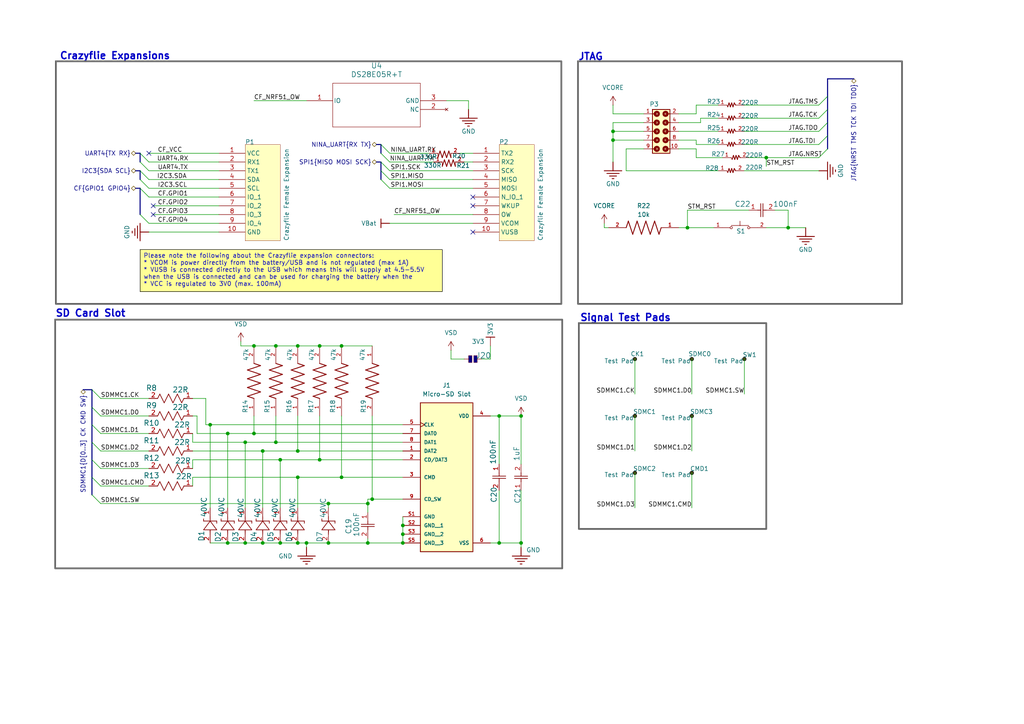
<source format=kicad_sch>
(kicad_sch (version 20250114) (generator "eeschema") (generator_version "9.0")
  (paper "A4")
  (rectangle (start 16.207 17.78) (end 162.814 88.138) (stroke (width 0.508) (color 102 102 102 1)))
  (rectangle (start 167.894 93.726) (end 222.25 153.416) (stroke (width 0.508) (color 102 102 102 1)))
  (rectangle (start 16.002 92.71) (end 163.068 164.846) (stroke (width 0.508) (color 102 102 102 1)))
  (rectangle (start 167.64 17.78) (end 261.62 88.138) (stroke (width 0.508) (color 102 102 102 1)))
  (text "Crazyflie Expansions" (at 17.223 17.526 0) (effects (font (size 2.032 2.032) (thickness 0.4064) (bold yes)) (justify left bottom)))
  (text "Signal Test Pads" (at 168.148 93.472 0) (effects (font (size 2.032 2.032) (thickness 0.4064) (bold yes)) (justify left bottom)))
  (text "JTAG" (at 167.64 17.78 0) (effects (font (size 2.032 2.032) (thickness 0.4064) (bold yes)) (justify left bottom)))
  (text "SD Card Slot" (at 16.002 92.202 0) (effects (font (size 2.032 2.032) (thickness 0.4064) (bold yes)) (justify left bottom)))
  (text_box "Please note the following about the Crazyflie expansion connectors:\n* VCOM is power directly from the battery/USB and is not regulated (max 1A)\n* VUSB is connected directly to the USB which means this will supply at 4.5-5.5V\nwhen the USB is connected and can be used for charging the battery when the\n* VCC is regulated to 3V0 (max. 100mA)" (at 40.64 72.39 0) (size 87.63 12.192) (margins 0.9525 0.9525 0.9525 0.9525) (stroke (width 0) (color 0 0 0 1)) (fill (type color) (color 255 255 150 1)) (effects (font (size 1.27 1.27)) (justify left top)))
  (junction (at 106.68 157.48))
  (junction (at 222.25 45.72))
  (junction (at 66.04 157.48))
  (junction (at 76.2 157.48))
  (junction (at 177.8 38.1))
  (junction (at 76.2 130.81))
  (junction (at 80.01 128.27))
  (junction (at 107.95 144.78))
  (junction (at 80.01 100.33))
  (junction (at 95.25 157.48))
  (junction (at 86.36 130.81))
  (junction (at 99.06 100.33))
  (junction (at 199.39 66.04))
  (junction (at 95.25 146.05))
  (junction (at 116.84 152.4))
  (junction (at 81.28 133.35))
  (junction (at 151.13 157.48))
  (junction (at 177.8 40.64))
  (junction (at 88.9 157.48))
  (junction (at 71.12 157.48))
  (junction (at 66.04 125.73))
  (junction (at 86.36 157.48))
  (junction (at 151.13 120.65))
  (junction (at 71.12 128.27))
  (junction (at 99.06 138.43))
  (junction (at 60.96 123.19))
  (junction (at 73.66 125.73))
  (junction (at 116.84 157.48))
  (junction (at 92.71 100.33))
  (junction (at 92.71 133.35))
  (junction (at 106.68 146.05))
  (junction (at 73.66 100.33))
  (junction (at 81.28 157.48))
  (junction (at 86.36 138.43))
  (junction (at 116.84 154.94))
  (junction (at 228.6 66.04))
  (junction (at 86.36 100.33))
  (junction (at 144.78 157.48))
  (junction (at 144.78 120.65))
  (no_connect (at 137.16 57.15))
  (no_connect (at 43.18 44.45))
  (no_connect (at 137.16 59.69))
  (no_connect (at 44.45 59.69))
  (no_connect (at 137.16 67.31))
  (no_connect (at 44.45 62.23))
  (bus_entry (at 113.03 49.53) (size -2.54 -2.54))
  (bus_entry (at 29.21 125.73) (size -2.54 -2.54))
  (bus_entry (at 237.49 41.91) (size 2.54 -2.54))
  (bus_entry (at 29.21 140.97) (size -2.54 -2.54))
  (bus_entry (at 43.18 46.99) (size -2.54 -2.54))
  (bus_entry (at 29.21 120.65) (size -2.54 -2.54))
  (bus_entry (at 113.03 46.99) (size -2.54 -2.54))
  (bus_entry (at 113.03 52.07) (size -2.54 -2.54))
  (bus_entry (at 237.49 38.1) (size 2.54 -2.54))
  (bus_entry (at 113.03 54.61) (size -2.54 -2.54))
  (bus_entry (at 43.18 57.15) (size -2.54 -2.54))
  (bus_entry (at 29.21 135.89) (size -2.54 -2.54))
  (bus_entry (at 29.21 146.05) (size -2.54 -2.54))
  (bus_entry (at 237.49 45.72) (size 2.54 -2.54))
  (bus_entry (at 113.03 44.45) (size -2.54 -2.54))
  (bus_entry (at 29.21 130.81) (size -2.54 -2.54))
  (bus_entry (at 237.49 34.29) (size 2.54 -2.54))
  (bus_entry (at 29.21 115.57) (size -2.54 -2.54))
  (bus_entry (at 237.49 30.48) (size 2.54 -2.54))
  (bus_entry (at 43.18 64.77) (size -2.54 -2.54))
  (bus_entry (at 43.18 49.53) (size -2.54 -2.54))
  (bus_entry (at 43.18 52.07) (size -2.54 -2.54))
  (bus_entry (at 43.18 54.61) (size -2.54 -2.54))
  (wire (pts (xy 43.18 52.07) (xy 63.5 52.07)))
  (wire (pts (xy 199.39 60.96) (xy 199.39 66.04)))
  (wire (pts (xy 43.18 49.53) (xy 63.5 49.53)))
  (wire (pts (xy 55.88 140.97) (xy 55.88 138.43)))
  (bus (pts (xy 110.49 49.53) (xy 110.49 52.07)))
  (wire (pts (xy 43.18 46.99) (xy 63.5 46.99)))
  (bus (pts (xy 26.67 113.03) (xy 24.13 113.03)))
  (wire (pts (xy 196.85 40.64) (xy 201.93 40.64)))
  (wire (pts (xy 144.78 134.62) (xy 144.78 120.65)))
  (wire (pts (xy 95.25 146.05) (xy 106.68 146.05)))
  (bus (pts (xy 109.22 46.99) (xy 110.49 46.99)))
  (wire (pts (xy 201.93 40.64) (xy 201.93 41.91)))
  (bus (pts (xy 109.22 41.91) (xy 110.49 41.91)))
  (wire (pts (xy 196.85 38.1) (xy 208.28 38.1)))
  (bus (pts (xy 39.37 49.53) (xy 40.64 49.53)))
  (bus (pts (xy 39.37 54.61) (xy 40.64 54.61)))
  (wire (pts (xy 86.36 130.81) (xy 116.84 130.81)))
  (wire (pts (xy 76.2 130.81) (xy 76.2 147.32)))
  (wire (pts (xy 92.71 100.33) (xy 99.06 100.33)))
  (wire (pts (xy 201.93 41.91) (xy 208.28 41.91)))
  (wire (pts (xy 86.36 120.65) (xy 86.36 130.81)))
  (wire (pts (xy 44.45 62.23) (xy 63.5 62.23)))
  (wire (pts (xy 71.12 128.27) (xy 71.12 147.32)))
  (wire (pts (xy 60.96 123.19) (xy 60.96 147.32)))
  (wire (pts (xy 175.26 64.77) (xy 175.26 66.04)))
  (wire (pts (xy 196.85 35.56) (xy 203.2 35.56)))
  (wire (pts (xy 55.88 115.57) (xy 59.69 115.57)))
  (wire (pts (xy 177.8 35.56) (xy 177.8 38.1)))
  (wire (pts (xy 81.28 157.48) (xy 86.36 157.48)))
  (wire (pts (xy 86.36 100.33) (xy 92.71 100.33)))
  (wire (pts (xy 177.8 30.48) (xy 177.8 33.02)))
  (wire (pts (xy 76.2 157.48) (xy 81.28 157.48)))
  (wire (pts (xy 55.88 130.81) (xy 76.2 130.81)))
  (wire (pts (xy 80.01 120.65) (xy 80.01 128.27)))
  (wire (pts (xy 106.68 144.78) (xy 106.68 146.05)))
  (wire (pts (xy 177.8 33.02) (xy 186.69 33.02)))
  (wire (pts (xy 134.62 46.99) (xy 137.16 46.99)))
  (wire (pts (xy 73.66 100.33) (xy 80.01 100.33)))
  (wire (pts (xy 113.03 46.99) (xy 125.73 46.99)))
  (bus (pts (xy 110.49 44.45) (xy 110.49 41.91)))
  (wire (pts (xy 184.15 104.14) (xy 184.15 114.3)))
  (wire (pts (xy 181.61 43.18) (xy 181.61 49.53)))
  (wire (pts (xy 76.2 130.81) (xy 86.36 130.81)))
  (wire (pts (xy 196.85 66.04) (xy 199.39 66.04)))
  (wire (pts (xy 139.7 104.14) (xy 142.24 104.14)))
  (wire (pts (xy 113.03 52.07) (xy 137.16 52.07)))
  (bus (pts (xy 39.37 44.45) (xy 40.64 44.45)))
  (wire (pts (xy 95.25 146.05) (xy 95.25 147.32)))
  (wire (pts (xy 69.85 99.06) (xy 69.85 100.33)))
  (wire (pts (xy 60.96 123.19) (xy 59.69 123.19)))
  (wire (pts (xy 151.13 134.62) (xy 151.13 120.65)))
  (wire (pts (xy 215.9 41.91) (xy 237.49 41.91)))
  (wire (pts (xy 60.96 123.19) (xy 116.84 123.19)))
  (wire (pts (xy 130.81 104.14) (xy 134.62 104.14)))
  (bus (pts (xy 240.03 22.86) (xy 240.03 27.94)))
  (wire (pts (xy 228.6 60.96) (xy 228.6 66.04)))
  (wire (pts (xy 200.66 130.81) (xy 200.66 120.65)))
  (wire (pts (xy 81.28 133.35) (xy 81.28 147.32)))
  (wire (pts (xy 130.81 101.6) (xy 130.81 104.14)))
  (wire (pts (xy 92.71 133.35) (xy 116.84 133.35)))
  (wire (pts (xy 215.9 38.1) (xy 237.49 38.1)))
  (wire (pts (xy 114.3 62.23) (xy 137.16 62.23)))
  (wire (pts (xy 29.21 146.05) (xy 95.25 146.05)))
  (bus (pts (xy 240.03 31.75) (xy 240.03 27.94)))
  (wire (pts (xy 184.15 147.32) (xy 184.15 137.16)))
  (wire (pts (xy 177.8 38.1) (xy 186.69 38.1)))
  (bus (pts (xy 40.64 52.07) (xy 40.64 49.53)))
  (wire (pts (xy 201.93 30.48) (xy 208.28 30.48)))
  (wire (pts (xy 151.13 157.48) (xy 144.78 157.48)))
  (wire (pts (xy 144.78 120.65) (xy 151.13 120.65)))
  (wire (pts (xy 57.15 120.65) (xy 55.88 120.65)))
  (bus (pts (xy 110.49 49.53) (xy 110.49 46.99)))
  (wire (pts (xy 215.9 34.29) (xy 237.49 34.29)))
  (wire (pts (xy 181.61 43.18) (xy 186.69 43.18)))
  (wire (pts (xy 184.15 130.81) (xy 184.15 120.65)))
  (wire (pts (xy 81.28 133.35) (xy 92.71 133.35)))
  (wire (pts (xy 200.66 114.3) (xy 200.66 104.14)))
  (wire (pts (xy 73.66 125.73) (xy 116.84 125.73)))
  (wire (pts (xy 175.26 66.04) (xy 176.53 66.04)))
  (wire (pts (xy 133.35 44.45) (xy 137.16 44.45)))
  (wire (pts (xy 63.5 67.31) (xy 43.18 67.31)))
  (wire (pts (xy 106.68 157.48) (xy 116.84 157.48)))
  (wire (pts (xy 113.03 49.53) (xy 137.16 49.53)))
  (wire (pts (xy 144.78 142.24) (xy 144.78 157.48)))
  (wire (pts (xy 135.89 29.21) (xy 135.89 31.75)))
  (bus (pts (xy 240.03 43.18) (xy 240.03 39.37)))
  (wire (pts (xy 106.68 156.21) (xy 106.68 157.48)))
  (wire (pts (xy 129.54 29.21) (xy 135.89 29.21)))
  (wire (pts (xy 222.25 45.72) (xy 237.49 45.72)))
  (wire (pts (xy 224.79 60.96) (xy 228.6 60.96)))
  (wire (pts (xy 66.04 125.73) (xy 57.15 125.73)))
  (wire (pts (xy 88.9 157.48) (xy 95.25 157.48)))
  (wire (pts (xy 222.25 48.26) (xy 222.25 45.72)))
  (wire (pts (xy 44.45 59.69) (xy 63.5 59.69)))
  (wire (pts (xy 60.96 157.48) (xy 66.04 157.48)))
  (bus (pts (xy 26.67 118.11) (xy 26.67 113.03)))
  (wire (pts (xy 86.36 138.43) (xy 99.06 138.43)))
  (wire (pts (xy 203.2 35.56) (xy 203.2 34.29)))
  (wire (pts (xy 88.9 158.75) (xy 88.9 157.48)))
  (wire (pts (xy 107.95 144.78) (xy 116.84 144.78)))
  (wire (pts (xy 86.36 157.48) (xy 88.9 157.48)))
  (wire (pts (xy 177.8 40.64) (xy 186.69 40.64)))
  (wire (pts (xy 142.24 104.14) (xy 142.24 100.33)))
  (wire (pts (xy 203.2 34.29) (xy 208.28 34.29)))
  (wire (pts (xy 113.03 64.77) (xy 137.16 64.77)))
  (wire (pts (xy 55.88 128.27) (xy 71.12 128.27)))
  (bus (pts (xy 40.64 46.99) (xy 40.64 44.45)))
  (wire (pts (xy 217.17 60.96) (xy 199.39 60.96)))
  (bus (pts (xy 26.67 128.27) (xy 26.67 123.19)))
  (wire (pts (xy 201.93 45.72) (xy 209.55 45.72)))
  (wire (pts (xy 59.69 123.19) (xy 59.69 115.57)))
  (wire (pts (xy 55.88 138.43) (xy 86.36 138.43)))
  (wire (pts (xy 177.8 35.56) (xy 186.69 35.56)))
  (wire (pts (xy 116.84 149.86) (xy 116.84 152.4)))
  (wire (pts (xy 66.04 125.73) (xy 66.04 147.32)))
  (wire (pts (xy 43.18 64.77) (xy 63.5 64.77)))
  (bus (pts (xy 240.03 39.37) (xy 240.03 35.56)))
  (bus (pts (xy 26.67 133.35) (xy 26.67 128.27)))
  (wire (pts (xy 196.85 43.18) (xy 201.93 43.18)))
  (wire (pts (xy 217.17 45.72) (xy 222.25 45.72)))
  (wire (pts (xy 71.12 128.27) (xy 80.01 128.27)))
  (wire (pts (xy 99.06 120.65) (xy 99.06 138.43)))
  (wire (pts (xy 86.36 138.43) (xy 86.36 147.32)))
  (wire (pts (xy 151.13 142.24) (xy 151.13 157.48)))
  (bus (pts (xy 26.67 138.43) (xy 26.67 143.51)))
  (bus (pts (xy 40.64 62.23) (xy 40.64 54.61)))
  (wire (pts (xy 196.85 33.02) (xy 201.93 33.02)))
  (wire (pts (xy 99.06 138.43) (xy 116.84 138.43)))
  (wire (pts (xy 92.71 120.65) (xy 92.71 133.35)))
  (wire (pts (xy 69.85 100.33) (xy 73.66 100.33)))
  (wire (pts (xy 177.8 38.1) (xy 177.8 40.64)))
  (wire (pts (xy 142.24 120.65) (xy 144.78 120.65)))
  (bus (pts (xy 247.65 22.86) (xy 240.03 22.86)))
  (wire (pts (xy 43.18 54.61) (xy 63.5 54.61)))
  (wire (pts (xy 55.88 133.35) (xy 81.28 133.35)))
  (bus (pts (xy 240.03 35.56) (xy 240.03 31.75)))
  (bus (pts (xy 26.67 138.43) (xy 26.67 133.35)))
  (wire (pts (xy 99.06 100.33) (xy 107.95 100.33)))
  (wire (pts (xy 201.93 33.02) (xy 201.93 30.48)))
  (wire (pts (xy 29.21 140.97) (xy 43.18 140.97)))
  (wire (pts (xy 116.84 154.94) (xy 116.84 157.48)))
  (wire (pts (xy 73.66 125.73) (xy 66.04 125.73)))
  (wire (pts (xy 106.68 146.05) (xy 106.68 148.59)))
  (wire (pts (xy 71.12 157.48) (xy 76.2 157.48)))
  (wire (pts (xy 80.01 100.33) (xy 86.36 100.33)))
  (wire (pts (xy 29.21 125.73) (xy 43.18 125.73)))
  (wire (pts (xy 181.61 49.53) (xy 208.28 49.53)))
  (wire (pts (xy 57.15 125.73) (xy 57.15 120.65)))
  (wire (pts (xy 63.5 44.45) (xy 43.18 44.45)))
  (wire (pts (xy 107.95 120.65) (xy 107.95 144.78)))
  (wire (pts (xy 201.93 45.72) (xy 201.93 43.18)))
  (wire (pts (xy 222.25 66.04) (xy 228.6 66.04)))
  (wire (pts (xy 55.88 135.89) (xy 55.88 133.35)))
  (wire (pts (xy 215.9 30.48) (xy 237.49 30.48)))
  (wire (pts (xy 43.18 57.15) (xy 63.5 57.15)))
  (wire (pts (xy 151.13 157.48) (xy 151.13 158.75)))
  (bus (pts (xy 26.67 123.19) (xy 26.67 118.11)))
  (wire (pts (xy 215.9 49.53) (xy 237.49 49.53)))
  (wire (pts (xy 215.9 114.3) (xy 215.9 104.14)))
  (wire (pts (xy 29.21 115.57) (xy 43.18 115.57)))
  (wire (pts (xy 113.03 54.61) (xy 137.16 54.61)))
  (wire (pts (xy 113.03 44.45) (xy 124.46 44.45)))
  (wire (pts (xy 73.66 120.65) (xy 73.66 125.73)))
  (wire (pts (xy 177.8 40.64) (xy 177.8 46.99)))
  (wire (pts (xy 199.39 66.04) (xy 207.01 66.04)))
  (wire (pts (xy 233.68 66.04) (xy 228.6 66.04)))
  (wire (pts (xy 106.68 144.78) (xy 107.95 144.78)))
  (wire (pts (xy 29.21 130.81) (xy 43.18 130.81)))
  (wire (pts (xy 200.66 147.32) (xy 200.66 137.16)))
  (wire (pts (xy 144.78 157.48) (xy 142.24 157.48)))
  (wire (pts (xy 29.21 120.65) (xy 43.18 120.65)))
  (wire (pts (xy 95.25 157.48) (xy 106.68 157.48)))
  (wire (pts (xy 66.04 157.48) (xy 71.12 157.48)))
  (wire (pts (xy 116.84 152.4) (xy 116.84 154.94)))
  (wire (pts (xy 80.01 128.27) (xy 116.84 128.27)))
  (wire (pts (xy 29.21 135.89) (xy 43.18 135.89)))
  (wire (pts (xy 55.88 125.73) (xy 55.88 128.27)))
  (wire (pts (xy 88.9 29.21) (xy 73.66 29.21)))
  (label "CF.GPIO2" (at 45.72 59.69 0))
  (label "JTAG.TDO" (at 228.6 38.1 0))
  (label "SDMMC1.D1" (at 184.15 130.81 180))
  (label "CF_VCC" (at 45.72 44.45 0))
  (label "I2C3.SCL" (at 45.72 54.61 0))
  (label "SPI1.MISO" (at 113.235 52.07 0))
  (label "CF.GPIO3" (at 45.72 62.23 0))
  (label "UART4.RX" (at 45.514 46.99 0))
  (label "I2C3.SDA" (at 45.515 52.07 0))
  (label "STM_RST" (at 222.25 48.26 0))
  (label "NINA_UART.TX" (at 113.03 46.99 0))
  (label "SDMMC1.CMD" (at 29.21 140.97 0))
  (label "JTAG.TMS" (at 228.6 30.48 0))
  (label "SPI1.MOSI" (at 113.235 54.61 0))
  (label "JTAG.NRST" (at 228.6 45.72 0))
  (label "SDMMC1.D3" (at 29.21 135.89 0))
  (label "SDMMC1.D0" (at 200.66 114.3 180))
  (label "SPI1.SCK" (at 113.235 49.53 0))
  (label "SDMMC1.D3" (at 184.15 147.32 180))
  (label "SDMMC1.D1" (at 29.21 125.73 0))
  (label "CF_NRF51_OW" (at 73.66 29.21 0))
  (label "JTAG.TDI" (at 228.6 41.91 0))
  (label "SDMMC1.CK" (at 184.15 114.3 180))
  (label "SDMMC1.D0" (at 29.21 120.65 0))
  (label "SDMMC1.SW" (at 215.9 114.3 180))
  (label "CF.GPIO4" (at 45.72 64.77 0))
  (label "CF.GPIO1" (at 45.72 57.15 0))
  (label "NINA_UART.RX" (at 113.235 44.45 0))
  (label "SDMMC1.CMD" (at 200.66 147.32 180))
  (label "SDMMC1.D2" (at 29.21 130.81 0))
  (label "SDMMC1.SW" (at 29.21 146.05 0))
  (label "JTAG.TCK" (at 228.6 34.29 0))
  (label "SDMMC1.D2" (at 200.66 130.81 180))
  (label "STM_RST" (at 199.39 60.96 0))
  (label "UART4.TX" (at 45.72 49.53 0))
  (label "CF_NRF51_OW" (at 114.3 62.23 0))
  (label "SDMMC1.CK" (at 29.21 115.57 0))
  (hierarchical_label "SDMMC1{D[0..3] CK CMD SW}" (shape bidirectional) (at 24.13 113.03 270))
  (hierarchical_label "UART4{TX RX}" (shape bidirectional) (at 39.37 44.45 180))
  (hierarchical_label "I2C3{SDA SCL}" (shape bidirectional) (at 39.37 49.53 180))
  (hierarchical_label "NINA_UART{RX TX}" (shape bidirectional) (at 109.22 41.91 180))
  (hierarchical_label "CF{GPIO1 GPIO4}" (shape bidirectional) (at 39.37 54.61 180))
  (hierarchical_label "JTAG{NRST TMS TCK TDI TDO}" (shape bidirectional) (at 247.65 22.86 270))
  (hierarchical_label "SPI1{MISO MOSI SCK}" (shape bidirectional) (at 109.22 46.99 180))
  (symbol (lib_id "ul_PESD0402-240:PESD0402-240") (at 76.2 157.48 90) (unit 1)
    (property "Reference" "D4" (at 73.66 155.702 0) (effects (font (size 1.524 1.524))))
    (property "Value" "40VC" (at 74.676 147.32 0) (effects (font (size 1.524 1.524))))
    (property "Footprint" "ZDO_PESD0402_LTF" (effects (hide yes)))
    (property "Datasheet" "https://www.digikey.ch/de/products/detail/littelfuse-inc/pesd0402-240/6348143" (effects (hide yes)))
  )
  (symbol (lib_id "ul_ERJPA3F4702V:ERJPA3F4702V") (at 107.95 110.49 270) (unit 1)
    (property "Reference" "R19" (at 105.41 117.856 0))
    (property "Value" "47k" (at 105.156 102.87 0))
    (property "Footprint" "ERJPA3F4702V:RES_ERJPA3F4702V" (effects (hide yes)))
    (property "Datasheet" "https://www.digikey.ch/de/products/detail/panasonic-electronic-components/ERJ-PA3F4702V/5035930?s=N4IgTCBcDaIKICUBSAFAggZgGIBYDsADGAGogC6AvkA" (effects (hide yes)))
    (property "DigiKey_Part_Number" "P47KBYCT-ND" (effects (hide yes)))
    (property "SnapEDA_Link" "https://www.snapeda.com/parts/ERJPA3F4702V/Panasonic/view-part/?ref=snap" (effects (hide yes)))
    (property "MAXIMUM_PACKAGE_HEIGHT" "0.45 mm" (effects (hide yes)))
    (property "Package" "1608-2 Panasonic" (effects (hide yes)))
    (property "Check_prices" "https://www.snapeda.com/parts/ERJPA3F4702V/Panasonic/view-part/?ref=eda" (effects (hide yes)))
    (property "STANDARD" "Manufacturer Recommendations" (effects (hide yes)))
    (property "PARTREV" "3/1/2020" (effects (hide yes)))
    (property "MF" "Panasonic" (effects (hide yes)))
    (property "MP" "ERJPA3F4702V" (effects (hide yes)))
    (property "Description_1" "Thick Film Smnt Resistor 0603 Case 47kOhm +/-1% 0.25W +/-100ppm/degC | Panasonic Electronic Components ERJPA3F4702V" (effects (hide yes)))
    (property "MANUFACTURER" "Panasonic" (effects (hide yes)))
  )
  (symbol (lib_id "gap9_deck:root_3_CMP-01283-1_gap9_deck.SCHLIB") (at 215.9 104.14 0) (unit 1)
    (property "Reference" "SW1" (at 215.392 103.632 0) (effects (justify left bottom)))
    (property "Value" "Test Pad" (at 207.01 105.41 0) (effects (justify left bottom)))
    (property "Footprint" "TestPoint:TestPoint_Pad_D1.0mm" (effects (hide yes)))
    (property "Description" "1mm SMT Test Pad" (effects (hide yes)))
    (property "MOUNTING TECHNOLOGY" "SMT" (effects (hide yes)))
  )
  (symbol (lib_id "ul_CRCW040222R0FKEDHP:CRCW040222R0FKEDHP") (at 43.18 135.89 0) (unit 1)
    (property "Reference" "R12" (at 43.942 132.842 0) (effects (font (size 1.524 1.524))))
    (property "Value" "22R" (at 53.086 133.604 0) (effects (font (size 1.524 1.524))))
    (property "Footprint" "RES_CRCW_0402_VIS" (effects (hide yes)))
    (property "Datasheet" "https://www.digikey.ch/de/products/detail/vishay-dale/CRCW040222K0FKED/1178157" (effects (hide yes)))
  )
  (symbol (lib_id "gap9_deck_v2-altium-import:GND_POWER_GROUND") (at 233.68 66.04 0) (unit 1)
    (property "Reference" "#PWR032" (effects (hide yes)))
    (property "Value" "GND" (at 233.68 72.39 0))
    (property "Description" "Power symbol creates a global label with name 'GND'" (effects (hide yes)))
  )
  (symbol (lib_id "gap9_deck:root_0_CMP-01283-1_gap9_deck.SCHLIB") (at 184.15 104.14 0) (unit 1)
    (property "Reference" "CK1" (at 182.88 103.378 0) (effects (justify left bottom)))
    (property "Value" "Test Pad" (at 175.26 105.41 0) (effects (justify left bottom)))
    (property "Footprint" "TestPoint:TestPoint_Pad_D1.0mm" (effects (hide yes)))
    (property "Description" "1mm SMT Test Pad" (effects (hide yes)))
    (property "MOUNTING TECHNOLOGY" "SMT" (effects (hide yes)))
  )
  (symbol (lib_id "CRCW020110K0FNED:CRCW020110K0FNED") (at 186.69 66.04 180) (unit 1)
    (property "Reference" "R22" (at 186.69 59.69 0))
    (property "Value" "10k" (at 186.69 62.23 0))
    (property "Footprint" "CRCW020110K0FNED:RESC0603X28N" (effects (hide yes)))
    (property "Datasheet" "https://www.digikey.ch/de/products/detail/vishay-dale/CRCW020110K0FNED/1178493" (effects (hide yes)))
  )
  (symbol (lib_id "gap9_deck:CMP-00005-5") (at 137.16 104.14 90) (unit 1)
    (property "Reference" "J20" (at 140.208 103.124 90) (effects (font (size 1.6256 1.6256))))
    (property "Value" "Solder Jumper" (effects (hide yes)))
    (property "Footprint" "Jumper:SolderJumper-2_P1.3mm_Open_RoundedPad1.0x1.5mm" (effects (hide yes)))
    (property "Technology" "SMT" (effects (hide yes)))
    (property "ALTIUM_VALUE" "1" (effects (hide yes)))
  )
  (symbol (lib_id "gap9_deck:root_3_CMP-01283-1_gap9_deck.SCHLIB") (at 184.15 120.65 0) (unit 1)
    (property "Reference" "SDMC1" (at 183.642 120.142 0) (effects (justify left bottom)))
    (property "Value" "Test Pad" (at 175.26 121.92 0) (effects (justify left bottom)))
    (property "Footprint" "TestPoint:TestPoint_Pad_D1.0mm" (effects (hide yes)))
    (property "Description" "1mm SMT Test Pad" (effects (hide yes)))
    (property "MOUNTING TECHNOLOGY" "SMT" (effects (hide yes)))
  )
  (symbol (lib_id "ul_PESD0402-240:PESD0402-240") (at 86.36 157.48 90) (unit 1)
    (property "Reference" "D6" (at 83.82 155.702 0) (effects (font (size 1.524 1.524))))
    (property "Value" "40VC" (at 84.836 147.32 0) (effects (font (size 1.524 1.524))))
    (property "Footprint" "ZDO_PESD0402_LTF" (effects (hide yes)))
    (property "Datasheet" "https://www.digikey.ch/de/products/detail/littelfuse-inc/pesd0402-240/6348143" (effects (hide yes)))
  )
  (symbol (lib_id "ul_ERJPA3F4702V:ERJPA3F4702V") (at 86.36 110.49 90) (unit 1)
    (property "Reference" "R16" (at 83.82 117.856 0))
    (property "Value" "47k" (at 84.074 102.87 0))
    (property "Footprint" "ERJPA3F4702V:RES_ERJPA3F4702V" (effects (hide yes)))
    (property "Datasheet" "https://www.digikey.ch/de/products/detail/panasonic-electronic-components/ERJ-PA3F4702V/5035930?s=N4IgTCBcDaIKICUBSAFAggZgGIBYDsADGAGogC6AvkA" (effects (hide yes)))
    (property "DigiKey_Part_Number" "P47KBYCT-ND" (effects (hide yes)))
    (property "SnapEDA_Link" "https://www.snapeda.com/parts/ERJPA3F4702V/Panasonic/view-part/?ref=snap" (effects (hide yes)))
    (property "MAXIMUM_PACKAGE_HEIGHT" "0.45 mm" (effects (hide yes)))
    (property "Package" "1608-2 Panasonic" (effects (hide yes)))
    (property "Check_prices" "https://www.snapeda.com/parts/ERJPA3F4702V/Panasonic/view-part/?ref=eda" (effects (hide yes)))
    (property "STANDARD" "Manufacturer Recommendations" (effects (hide yes)))
    (property "PARTREV" "3/1/2020" (effects (hide yes)))
    (property "MF" "Panasonic" (effects (hide yes)))
    (property "MP" "ERJPA3F4702V" (effects (hide yes)))
    (property "Description_1" "Thick Film Smnt Resistor 0603 Case 47kOhm +/-1% 0.25W +/-100ppm/degC | Panasonic Electronic Components ERJPA3F4702V" (effects (hide yes)))
    (property "MANUFACTURER" "Panasonic" (effects (hide yes)))
  )
  (symbol (lib_id "gap9_deck_v2-altium-import:GND_POWER_GROUND") (at 135.89 31.75 0) (unit 1)
    (property "Reference" "#PWR026" (effects (hide yes)))
    (property "Value" "GND" (at 135.89 38.1 0))
    (property "Description" "Power symbol creates a global label with name 'GND'" (effects (hide yes)))
  )
  (symbol (lib_id "ul_0402B104K160CT:0402B104K160CT") (at 106.68 148.59 270) (unit 1)
    (property "Reference" "C19" (at 101.092 152.654 0) (effects (font (size 1.524 1.524))))
    (property "Value" "100nF" (at 103.378 152.146 0) (effects (font (size 1.524 1.524))))
    (property "Footprint" "CAP_0402_N_WAL" (effects (hide yes)))
    (property "Datasheet" "https://www.digikey.ch/de/products/detail/walsin-technology-corporation/0402B104K160CT/6707534?s=N4IgTCBcDaIAwBY5gEIEZEGk0DY4GEAVEAXQF8g" (effects (hide yes)))
  )
  (symbol (lib_id "gap9_deck_v2-altium-import:GND_POWER_GROUND") (at 177.8 46.99 0) (unit 1)
    (property "Reference" "#PWR030" (effects (hide yes)))
    (property "Value" "GND" (at 177.8 53.34 0))
    (property "Description" "Power symbol creates a global label with name 'GND'" (effects (hide yes)))
  )
  (symbol (lib_id "TS19_32_06_BK_70_1_SMT_TR_67:TS19-32-06-BK-70-1-SMT-TR-67") (at 214.63 66.04 0) (unit 1)
    (property "Reference" "S1" (at 214.884 67.056 0))
    (property "Value" "TS19-32-06-BK-70-1-SMT-TR-67" (effects (hide yes)))
    (property "Footprint" "TS19_32_06_BK_70_1_SMT_TR_67:SW_TS19-32-06-BK-70-1-SMT-TR-67" (effects (hide yes)))
    (property "Datasheet" "https://www.digikey.ch/de/products/detail/same-sky-formerly-cui-devices/TS19-32-06-BK-70-1-SMT-TR-67/16588302?s=N4IgTCBcDaICoGUCMBOAtAZjGgDANjQCEBpNAdhzSTQQFk404AlNPMkAXQF8g" (effects (hide yes)))
    (property "PARTREV" "1.02" (effects (hide yes)))
    (property "MANUFACTURER" "Same Sky" (effects (hide yes)))
    (property "STANDARD" "Manufacturer Recommendations" (effects (hide yes)))
  )
  (symbol (lib_id "ul_ERJPA3F4702V:ERJPA3F4702V") (at 80.01 110.49 90) (unit 1)
    (property "Reference" "R15" (at 77.47 117.856 0))
    (property "Value" "47k" (at 77.724 102.87 0))
    (property "Footprint" "ERJPA3F4702V:RES_ERJPA3F4702V" (effects (hide yes)))
    (property "Datasheet" "https://www.digikey.ch/de/products/detail/panasonic-electronic-components/ERJ-PA3F4702V/5035930?s=N4IgTCBcDaIKICUBSAFAggZgGIBYDsADGAGogC6AvkA" (effects (hide yes)))
    (property "DigiKey_Part_Number" "P47KBYCT-ND" (effects (hide yes)))
    (property "SnapEDA_Link" "https://www.snapeda.com/parts/ERJPA3F4702V/Panasonic/view-part/?ref=snap" (effects (hide yes)))
    (property "MAXIMUM_PACKAGE_HEIGHT" "0.45 mm" (effects (hide yes)))
    (property "Package" "1608-2 Panasonic" (effects (hide yes)))
    (property "Check_prices" "https://www.snapeda.com/parts/ERJPA3F4702V/Panasonic/view-part/?ref=eda" (effects (hide yes)))
    (property "STANDARD" "Manufacturer Recommendations" (effects (hide yes)))
    (property "PARTREV" "3/1/2020" (effects (hide yes)))
    (property "MF" "Panasonic" (effects (hide yes)))
    (property "MP" "ERJPA3F4702V" (effects (hide yes)))
    (property "Description_1" "Thick Film Smnt Resistor 0603 Case 47kOhm +/-1% 0.25W +/-100ppm/degC | Panasonic Electronic Components ERJPA3F4702V" (effects (hide yes)))
    (property "MANUFACTURER" "Panasonic" (effects (hide yes)))
  )
  (symbol (lib_id "gap9_deck:root_3_CMP-01283-1_gap9_deck.SCHLIB") (at 200.66 104.14 0) (unit 1)
    (property "Reference" "SDMC0" (at 199.644 103.378 0) (effects (justify left bottom)))
    (property "Value" "Test Pad" (at 191.77 105.41 0) (effects (justify left bottom)))
    (property "Footprint" "TestPoint:TestPoint_Pad_D1.0mm" (effects (hide yes)))
    (property "Description" "1mm SMT Test Pad" (effects (hide yes)))
    (property "MOUNTING TECHNOLOGY" "SMT" (effects (hide yes)))
  )
  (symbol (lib_id "ul_CRCW040222R0FKEDHP:CRCW040222R0FKEDHP") (at 43.18 130.81 0) (unit 1)
    (property "Reference" "R11" (at 43.942 127.762 0) (effects (font (size 1.524 1.524))))
    (property "Value" "22R" (at 52.832 128.27 0) (effects (font (size 1.524 1.524))))
    (property "Footprint" "RES_CRCW_0402_VIS" (effects (hide yes)))
    (property "Datasheet" "https://www.digikey.ch/de/products/detail/vishay-dale/CRCW040222K0FKED/1178157" (effects (hide yes)))
  )
  (symbol (lib_id "CRCW0201220RFKED:CRCW0201220RFKED") (at 215.9 41.91 0) (unit 1)
    (property "Reference" "R26" (at 207.01 40.894 0))
    (property "Value" "220R" (at 214.884 41.91 0) (effects (justify left bottom)))
    (property "Footprint" "CRCW0201220RFKED:RESC0603X28N" (effects (hide yes)))
    (property "Datasheet" "https://www.digikey.ch/de/products/detail/vishay-dale/CRCW0201220RFKED/1968586?s=N4IgTCBcDaIMICU4HUAMZUEYwYQMQGkBRAERAF0BfIA" (effects (hide yes)))
  )
  (symbol (lib_name "DM3CS-SF_1") (lib_id "DM3CS_SF:DM3CS-SF") (at 129.54 134.62 0) (unit 1)
    (property "Reference" "J1" (at 129.54 111.76 0))
    (property "Value" "Micro-SD Slot" (at 129.54 114.3 0))
    (property "Footprint" "DM3CS_SF:HRS_DM3CS-SF" (effects (hide yes)))
    (property "Datasheet" "https://www.digikey.ch/de/products/detail/hirose-electric-co-ltd/DM3CS-SF/2602739?s=N4IgTCBcDaICIFkDMBhAygWjQMRAXQF8g" (effects (hide yes)))
    (property "Description" "CONN MICRO SD CARD HINGED TYPE" (effects (hide yes)))
    (property "PACKAGE" "None" (effects (hide yes)))
    (property "PRICE" "1.14 USD" (effects (hide yes)))
    (property "PARTREV" "n/a" (effects (hide yes)))
    (property "MP" "DM3CS-SF" (effects (hide yes)))
    (property "STANDARED" "manufacturer recommendation" (effects (hide yes)))
    (property "AVAILABILITY" "Good" (effects (hide yes)))
    (property "MANUFACTURER" "Hirose" (effects (hide yes)))
  )
  (symbol (lib_id "ul_CRCW040222R0FKEDHP:CRCW040222R0FKEDHP") (at 43.18 125.73 0) (unit 1)
    (property "Reference" "R10" (at 43.942 122.682 0) (effects (font (size 1.524 1.524))))
    (property "Value" "22R" (at 52.832 123.19 0) (effects (font (size 1.524 1.524))))
    (property "Footprint" "RES_CRCW_0402_VIS" (effects (hide yes)))
    (property "Datasheet" "https://www.digikey.ch/de/products/detail/vishay-dale/CRCW040222K0FKED/1178157" (effects (hide yes)))
  )
  (symbol (lib_id "DS28E05R_T:DS28E05R+T") (at 88.9 29.21 0) (unit 1)
    (property "Reference" "U4" (at 109.22 19.05 0) (effects (font (size 1.524 1.524))))
    (property "Value" "DS28E05R+T" (at 109.22 21.59 0) (effects (font (size 1.524 1.524))))
    (property "Footprint" "DS28E05R+T" (effects (hide yes)))
    (property "Datasheet" "https://www.digikey.ch/de/products/detail/analog-devices-inc-maxim-integrated/DS28E05R-T/3975551?s=N4IgTCBcDaICIGUwA4CiAGArAJQNQBUQBdAXyA" (effects (hide yes)))
  )
  (symbol (lib_id "Crazyflie:root_0_mirrored_CF_EXP_RIGHT_Crazyflie.SchLib") (at 154.94 69.85 0) (unit 1)
    (property "Reference" "P2" (at 144.78 41.91 0) (effects (justify left bottom)))
    (property "Value" "Crazyflie Female Expansion" (at 157.48 69.85 90) (effects (justify left bottom)))
    (property "Footprint" "CF2-DECK-SMD-HOLES:CF2-DECK-SMD-HOLES" (effects (hide yes)))
    (property "Datasheet" "https://store.bitcraze.io/collections/decks/products/female-deck-connector" (effects (hide yes)))
    (property "SUPPLIER 1" "Digi-Key" (effects (hide yes)))
    (property "SUPPLIER PART NUMBER 1" "110990442-ND" (effects (hide yes)))
  )
  (symbol (lib_id "ul_CL10B105KP8NNNC:CL10B105KP8NNNC") (at 151.13 142.24 90) (unit 1)
    (property "Reference" "C21" (at 150.114 143.764 0) (effects (font (size 1.524 1.524))))
    (property "Value" "1uF" (at 149.86 131.572 0) (effects (font (size 1.524 1.524))))
    (property "Footprint" "CAP_CL10_SAM" (effects (hide yes)))
    (property "Datasheet" "https://www.digikey.ch/en/products/detail/samsung-electro-mechanics/CL10B105KP8NNNC/3887604?s=N4IgTCBcDaIMIBkCMAGAQqgrAaQAoA4A5YuEAXQF8g" (effects (hide yes)))
  )
  (symbol (lib_id "ul_0402B104K160CT:0402B104K160CT") (at 144.78 134.62 270) (unit 1)
    (property "Reference" "C20" (at 143.256 143.51 0) (effects (font (size 1.524 1.524))))
    (property "Value" "100nF" (at 143.002 131.064 0) (effects (font (size 1.524 1.524))))
    (property "Footprint" "CAP_0402_N_WAL" (effects (hide yes)))
    (property "Datasheet" "https://www.digikey.ch/de/products/detail/walsin-technology-corporation/0402B104K160CT/6707534?s=N4IgTCBcDaIAwBY5gEIEZEGk0DY4GEAVEAXQF8g" (effects (hide yes)))
  )
  (symbol (lib_id "62201021121:6220XX21121_62201021121") (at 191.77 38.1 270) (unit 1)
    (property "Reference" "P3" (at 189.738 30.226 90))
    (property "Value" "6220XX21121_62201021121" (effects (hide yes)))
    (property "Footprint" "62201021121:62201021121" (effects (hide yes)))
    (property "Datasheet" "https://www.digikey.ch/de/products/detail/w%C3%BCrth-elektronik/62201021121/4846893?s=N4IgTCBcDaIGxjABgIxLClGQF0C%2BQA" (effects (hide yes)))
  )
  (symbol (lib_id "gap9_deck:root_3_CMP-01283-1_gap9_deck.SCHLIB") (at 200.66 137.16 0) (unit 1)
    (property "Reference" "CMD1" (at 200.152 136.652 0) (effects (justify left bottom)))
    (property "Value" "Test Pad" (at 191.77 138.43 0) (effects (justify left bottom)))
    (property "Footprint" "TestPoint:TestPoint_Pad_D1.0mm" (effects (hide yes)))
    (property "Description" "1mm SMT Test Pad" (effects (hide yes)))
    (property "MOUNTING TECHNOLOGY" "SMT" (effects (hide yes)))
  )
  (symbol (lib_id "ERJ_H2RD3300X:ERJH2RD3300X") (at 125.73 46.99 0) (unit 1)
    (property "Reference" "R21" (at 134.366 48.006 0))
    (property "Value" "330R" (at 122.936 47.244 0) (effects (justify left top)))
    (property "Footprint" "ERJ_H2RD3300X:RES_ERJH2RD3300X" (effects (hide yes)))
    (property "Datasheet" "https://www.digikey.ch/de/products/detail/panasonic-electronic-components/ERJ-H2RD3300X/13884510?s=N4IgTCBcDaIKICUBSAJMCAiBmLAGXAGiALoC%2BQA" (effects (hide yes)))
    (property "PARTREV" "3/1/2020" (effects (hide yes)))
    (property "STANDARD" "Manufacturer Recommendations" (effects (hide yes)))
    (property "MAXIMUM_PACKAGE_HEIGHT" "0.35 mm" (effects (hide yes)))
    (property "MANUFACTURER" "Panasonic" (effects (hide yes)))
  )
  (symbol (lib_id "CRCW0201220RFKED:CRCW0201220RFKED") (at 217.17 45.72 0) (unit 1)
    (property "Reference" "R27" (at 208.28 44.704 0))
    (property "Value" "220R" (at 216.154 45.72 0) (effects (justify left bottom)))
    (property "Footprint" "CRCW0201220RFKED:RESC0603X28N" (effects (hide yes)))
    (property "Datasheet" "https://www.digikey.ch/de/products/detail/vishay-dale/CRCW0201220RFKED/1968586?s=N4IgTCBcDaIMICU4HUAMZUEYwYQMQGkBRAERAF0BfIA" (effects (hide yes)))
  )
  (symbol (lib_id "power:+3.3VDAC") (at 175.26 64.77 0) (unit 1)
    (property "Reference" "#PWR031" (effects (hide yes)))
    (property "Value" "VCORE" (at 175.26 59.69 0))
    (property "Description" "Power symbol creates a global label with name \"+3.3VDAC\"" (effects (hide yes)))
  )
  (symbol (lib_id "ul_CRCW040222R0FKEDHP:CRCW040222R0FKEDHP") (at 43.18 115.57 0) (unit 1)
    (property "Reference" "R8" (at 43.942 112.522 0) (effects (font (size 1.524 1.524))))
    (property "Value" "22R" (at 52.324 113.03 0) (effects (font (size 1.524 1.524))))
    (property "Footprint" "RES_CRCW_0402_VIS" (effects (hide yes)))
    (property "Datasheet" "https://www.digikey.ch/de/products/detail/vishay-dale/CRCW040222K0FKED/1178157" (effects (hide yes)))
  )
  (symbol (lib_id "ul_PESD0402-240:PESD0402-240") (at 95.25 157.48 90) (unit 1)
    (property "Reference" "D7" (at 92.71 155.702 0) (effects (font (size 1.524 1.524))))
    (property "Value" "40VC" (at 93.726 147.32 0) (effects (font (size 1.524 1.524))))
    (property "Footprint" "ZDO_PESD0402_LTF" (effects (hide yes)))
    (property "Datasheet" "https://www.digikey.ch/de/products/detail/littelfuse-inc/pesd0402-240/6348143" (effects (hide yes)))
  )
  (symbol (lib_id "ul_CRCW040222R0FKEDHP:CRCW040222R0FKEDHP") (at 43.18 140.97 0) (unit 1)
    (property "Reference" "R13" (at 43.942 137.922 0) (effects (font (size 1.524 1.524))))
    (property "Value" "22R" (at 53.34 138.176 0) (effects (font (size 1.524 1.524))))
    (property "Footprint" "RES_CRCW_0402_VIS" (effects (hide yes)))
    (property "Datasheet" "https://www.digikey.ch/de/products/detail/vishay-dale/CRCW040222K0FKED/1178157" (effects (hide yes)))
  )
  (symbol (lib_id "CRCW0201220RFKED:CRCW0201220RFKED") (at 215.9 49.53 0) (unit 1)
    (property "Reference" "R28" (at 206.502 48.768 0))
    (property "Value" "220R" (at 216.154 49.276 0) (effects (justify left bottom)))
    (property "Footprint" "CRCW0201220RFKED:RESC0603X28N" (effects (hide yes)))
    (property "Datasheet" "https://www.digikey.ch/de/products/detail/vishay-dale/CRCW0201220RFKED/1968586?s=N4IgTCBcDaIMICU4HUAMZUEYwYQMQGkBRAERAF0BfIA" (effects (hide yes)))
  )
  (symbol (lib_id "gap9_deck_v2-altium-import:3V3_BAR") (at 142.24 100.33 180) (unit 1)
    (property "Reference" "#PWR073" (effects (hide yes)))
    (property "Value" "3V3" (at 138.684 99.06 0))
    (property "Description" "Power symbol creates a global label with name '3V3'" (effects (hide yes)))
  )
  (symbol (lib_id "power:+3.3VP") (at 151.13 120.65 0) (unit 1)
    (property "Reference" "#PWR027" (effects (hide yes)))
    (property "Value" "VSD" (at 151.13 115.57 0))
    (property "Description" "Power symbol creates a global label with name \"+3.3VP\"" (effects (hide yes)))
  )
  (symbol (lib_id "gap9_deck_v2-altium-import:VBat_BAR") (at 113.03 64.77 270) (unit 1)
    (property "Reference" "#PWR025" (effects (hide yes)))
    (property "Value" "VBat" (at 109.22 64.77 90) (effects (justify right)))
    (property "Description" "Power symbol creates a global label with name 'VBat'" (effects (hide yes)))
  )
  (symbol (lib_id "CRCW0201220RFKED:CRCW0201220RFKED") (at 215.9 30.48 0) (unit 1)
    (property "Reference" "R23" (at 207.01 29.464 0))
    (property "Value" "220R" (at 214.884 30.48 0) (effects (justify left bottom)))
    (property "Footprint" "CRCW0201220RFKED:RESC0603X28N" (effects (hide yes)))
    (property "Datasheet" "https://www.digikey.ch/de/products/detail/vishay-dale/CRCW0201220RFKED/1968586?s=N4IgTCBcDaIMICU4HUAMZUEYwYQMQGkBRAERAF0BfIA" (effects (hide yes)))
  )
  (symbol (lib_id "CRCW0201220RFKED:CRCW0201220RFKED") (at 215.9 34.29 0) (unit 1)
    (property "Reference" "R24" (at 207.01 33.274 0))
    (property "Value" "220R" (at 214.884 34.29 0) (effects (justify left bottom)))
    (property "Footprint" "CRCW0201220RFKED:RESC0603X28N" (effects (hide yes)))
    (property "Datasheet" "https://www.digikey.ch/de/products/detail/vishay-dale/CRCW0201220RFKED/1968586?s=N4IgTCBcDaIMICU4HUAMZUEYwYQMQGkBRAERAF0BfIA" (effects (hide yes)))
  )
  (symbol (lib_id "ul_ERJPA3F4702V:ERJPA3F4702V") (at 73.66 110.49 90) (unit 1)
    (property "Reference" "R14" (at 71.12 117.856 0))
    (property "Value" "47k" (at 71.374 102.87 0))
    (property "Footprint" "ERJPA3F4702V:RES_ERJPA3F4702V" (effects (hide yes)))
    (property "Datasheet" "https://www.digikey.ch/de/products/detail/panasonic-electronic-components/ERJ-PA3F4702V/5035930?s=N4IgTCBcDaIKICUBSAFAggZgGIBYDsADGAGogC6AvkA" (effects (hide yes)))
    (property "DigiKey_Part_Number" "P47KBYCT-ND" (effects (hide yes)))
    (property "SnapEDA_Link" "https://www.snapeda.com/parts/ERJPA3F4702V/Panasonic/view-part/?ref=snap" (effects (hide yes)))
    (property "MAXIMUM_PACKAGE_HEIGHT" "0.45 mm" (effects (hide yes)))
    (property "Package" "1608-2 Panasonic" (effects (hide yes)))
    (property "Check_prices" "https://www.snapeda.com/parts/ERJPA3F4702V/Panasonic/view-part/?ref=eda" (effects (hide yes)))
    (property "STANDARD" "Manufacturer Recommendations" (effects (hide yes)))
    (property "PARTREV" "3/1/2020" (effects (hide yes)))
    (property "MF" "Panasonic" (effects (hide yes)))
    (property "MP" "ERJPA3F4702V" (effects (hide yes)))
    (property "Description_1" "Thick Film Smnt Resistor 0603 Case 47kOhm +/-1% 0.25W +/-100ppm/degC | Panasonic Electronic Components ERJPA3F4702V" (effects (hide yes)))
    (property "MANUFACTURER" "Panasonic" (effects (hide yes)))
  )
  (symbol (lib_id "power:+3.3VP") (at 69.85 99.06 0) (unit 1)
    (property "Reference" "#PWR023" (effects (hide yes)))
    (property "Value" "VSD" (at 69.85 93.98 0))
    (property "Description" "Power symbol creates a global label with name \"+3.3VP\"" (effects (hide yes)))
  )
  (symbol (lib_id "ul_ERJPA3F4702V:ERJPA3F4702V") (at 99.06 110.49 90) (unit 1)
    (property "Reference" "R18" (at 96.52 117.856 0))
    (property "Value" "47k" (at 96.774 102.87 0))
    (property "Footprint" "ERJPA3F4702V:RES_ERJPA3F4702V" (effects (hide yes)))
    (property "Datasheet" "https://www.digikey.ch/de/products/detail/panasonic-electronic-components/ERJ-PA3F4702V/5035930?s=N4IgTCBcDaIKICUBSAFAggZgGIBYDsADGAGogC6AvkA" (effects (hide yes)))
    (property "DigiKey_Part_Number" "P47KBYCT-ND" (effects (hide yes)))
    (property "SnapEDA_Link" "https://www.snapeda.com/parts/ERJPA3F4702V/Panasonic/view-part/?ref=snap" (effects (hide yes)))
    (property "MAXIMUM_PACKAGE_HEIGHT" "0.45 mm" (effects (hide yes)))
    (property "Package" "1608-2 Panasonic" (effects (hide yes)))
    (property "Check_prices" "https://www.snapeda.com/parts/ERJPA3F4702V/Panasonic/view-part/?ref=eda" (effects (hide yes)))
    (property "STANDARD" "Manufacturer Recommendations" (effects (hide yes)))
    (property "PARTREV" "3/1/2020" (effects (hide yes)))
    (property "MF" "Panasonic" (effects (hide yes)))
    (property "MP" "ERJPA3F4702V" (effects (hide yes)))
    (property "Description_1" "Thick Film Smnt Resistor 0603 Case 47kOhm +/-1% 0.25W +/-100ppm/degC | Panasonic Electronic Components ERJPA3F4702V" (effects (hide yes)))
    (property "MANUFACTURER" "Panasonic" (effects (hide yes)))
  )
  (symbol (lib_id "ul_PESD0402-240:PESD0402-240") (at 71.12 157.48 90) (unit 1)
    (property "Reference" "D3" (at 68.326 155.702 0) (effects (font (size 1.524 1.524))))
    (property "Value" "40VC" (at 69.85 147.32 0) (effects (font (size 1.524 1.524))))
    (property "Footprint" "ZDO_PESD0402_LTF" (effects (hide yes)))
    (property "Datasheet" "https://www.digikey.ch/de/products/detail/littelfuse-inc/pesd0402-240/6348143" (effects (hide yes)))
  )
  (symbol (lib_id "ul_PESD0402-240:PESD0402-240") (at 60.96 157.48 90) (unit 1)
    (property "Reference" "D1" (at 58.42 155.448 0) (effects (font (size 1.524 1.524))))
    (property "Value" "40VC" (at 59.182 147.066 0) (effects (font (size 1.524 1.524))))
    (property "Footprint" "ZDO_PESD0402_LTF" (effects (hide yes)))
    (property "Datasheet" "https://www.digikey.ch/de/products/detail/littelfuse-inc/pesd0402-240/6348143" (effects (hide yes)))
  )
  (symbol (lib_id "power:+3.3VDAC") (at 177.8 30.48 0) (unit 1)
    (property "Reference" "#PWR029" (effects (hide yes)))
    (property "Value" "VCORE" (at 177.8 25.4 0))
    (property "Description" "Power symbol creates a global label with name \"+3.3VDAC\"" (effects (hide yes)))
  )
  (symbol (lib_id "gap9_deck_v2-altium-import:GND_POWER_GROUND") (at 88.9 158.75 0) (unit 1)
    (property "Reference" "#PWR024" (effects (hide yes)))
    (property "Value" "GND" (at 82.804 161.29 0))
    (property "Description" "Power symbol creates a global label with name 'GND'" (effects (hide yes)))
  )
  (symbol (lib_id "ul_CRCW040222R0FKEDHP:CRCW040222R0FKEDHP") (at 43.18 120.65 0) (unit 1)
    (property "Reference" "R9" (at 43.942 117.602 0) (effects (font (size 1.524 1.524))))
    (property "Value" "22R" (at 52.324 118.11 0) (effects (font (size 1.524 1.524))))
    (property "Footprint" "RES_CRCW_0402_VIS" (effects (hide yes)))
    (property "Datasheet" "https://www.digikey.ch/de/products/detail/vishay-dale/CRCW040222K0FKED/1178157" (effects (hide yes)))
  )
  (symbol (lib_id "ul_0402B104K160CT:0402B104K160CT") (at 217.17 60.96 0) (unit 1)
    (property "Reference" "C22" (at 215.392 59.182 0) (effects (font (size 1.524 1.524))))
    (property "Value" "100nF" (at 227.838 59.182 0) (effects (font (size 1.524 1.524))))
    (property "Footprint" "CAP_0402_N_WAL" (effects (hide yes)))
    (property "Datasheet" "https://www.digikey.ch/de/products/detail/walsin-technology-corporation/0402B104K160CT/6707534?s=N4IgTCBcDaIAwBY5gEIEZEGk0DY4GEAVEAXQF8g" (effects (hide yes)))
  )
  (symbol (lib_id "power:+3.3VP") (at 130.81 101.6 0) (unit 1)
    (property "Reference" "#PWR067" (effects (hide yes)))
    (property "Value" "VSD" (at 130.81 96.52 0))
    (property "Description" "Power symbol creates a global label with name \"+3.3VP\"" (effects (hide yes)))
  )
  (symbol (lib_id "Crazyflie:root_0_mirrored_CF_EXP_LEFT_Crazyflie.SchLib") (at 81.28 69.85 0) (unit 1)
    (property "Reference" "P1" (at 71.12 41.91 0) (effects (justify left bottom)))
    (property "Value" "Crazyflie Female Expansion" (at 83.82 69.85 90) (effects (justify left bottom)))
    (property "Footprint" "CF2-DECK-SMD-HOLES:CF2-DECK-SMD-HOLES" (effects (hide yes)))
    (property "Datasheet" "https://store.bitcraze.io/collections/decks/products/female-deck-connector" (effects (hide yes)))
    (property "SUPPLIER 1" "Digi-Key" (effects (hide yes)))
    (property "SUPPLIER PART NUMBER 1" "110990442-ND" (effects (hide yes)))
  )
  (symbol (lib_id "ul_PESD0402-240:PESD0402-240") (at 81.28 157.48 90) (unit 1)
    (property "Reference" "D5" (at 78.486 155.702 0) (effects (font (size 1.524 1.524))))
    (property "Value" "40VC" (at 79.756 147.32 0) (effects (font (size 1.524 1.524))))
    (property "Footprint" "ZDO_PESD0402_LTF" (effects (hide yes)))
    (property "Datasheet" "https://www.digikey.ch/de/products/detail/littelfuse-inc/pesd0402-240/6348143" (effects (hide yes)))
  )
  (symbol (lib_id "gap9_deck_v2-altium-import:GND_POWER_GROUND") (at 237.49 49.53 90) (unit 1)
    (property "Reference" "#PWR033" (effects (hide yes)))
    (property "Value" "GND" (at 243.84 49.53 0))
    (property "Description" "Power symbol creates a global label with name 'GND'" (effects (hide yes)))
  )
  (symbol (lib_id "gap9_deck:root_3_CMP-01283-1_gap9_deck.SCHLIB") (at 184.15 137.16 0) (unit 1)
    (property "Reference" "SDMC2" (at 183.642 136.652 0) (effects (justify left bottom)))
    (property "Value" "Test Pad" (at 175.26 138.43 0) (effects (justify left bottom)))
    (property "Footprint" "TestPoint:TestPoint_Pad_D1.0mm" (effects (hide yes)))
    (property "Description" "1mm SMT Test Pad" (effects (hide yes)))
    (property "MOUNTING TECHNOLOGY" "SMT" (effects (hide yes)))
  )
  (symbol (lib_id "gap9_deck_v2-altium-import:GND_POWER_GROUND") (at 43.18 67.31 270) (unit 1)
    (property "Reference" "#PWR022" (effects (hide yes)))
    (property "Value" "GND" (at 36.83 67.31 0))
    (property "Description" "Power symbol creates a global label with name 'GND'" (effects (hide yes)))
  )
  (symbol (lib_id "ul_ERJPA3F4702V:ERJPA3F4702V") (at 92.71 110.49 90) (unit 1)
    (property "Reference" "R17" (at 90.17 117.856 0))
    (property "Value" "47k" (at 90.424 102.87 0))
    (property "Footprint" "ERJPA3F4702V:RES_ERJPA3F4702V" (effects (hide yes)))
    (property "Datasheet" "https://www.digikey.ch/de/products/detail/panasonic-electronic-components/ERJ-PA3F4702V/5035930?s=N4IgTCBcDaIKICUBSAFAggZgGIBYDsADGAGogC6AvkA" (effects (hide yes)))
    (property "DigiKey_Part_Number" "P47KBYCT-ND" (effects (hide yes)))
    (property "SnapEDA_Link" "https://www.snapeda.com/parts/ERJPA3F4702V/Panasonic/view-part/?ref=snap" (effects (hide yes)))
    (property "MAXIMUM_PACKAGE_HEIGHT" "0.45 mm" (effects (hide yes)))
    (property "Package" "1608-2 Panasonic" (effects (hide yes)))
    (property "Check_prices" "https://www.snapeda.com/parts/ERJPA3F4702V/Panasonic/view-part/?ref=eda" (effects (hide yes)))
    (property "STANDARD" "Manufacturer Recommendations" (effects (hide yes)))
    (property "PARTREV" "3/1/2020" (effects (hide yes)))
    (property "MF" "Panasonic" (effects (hide yes)))
    (property "MP" "ERJPA3F4702V" (effects (hide yes)))
    (property "Description_1" "Thick Film Smnt Resistor 0603 Case 47kOhm +/-1% 0.25W +/-100ppm/degC | Panasonic Electronic Components ERJPA3F4702V" (effects (hide yes)))
    (property "MANUFACTURER" "Panasonic" (effects (hide yes)))
  )
  (symbol (lib_id "CRCW0201220RFKED:CRCW0201220RFKED") (at 215.9 38.1 0) (unit 1)
    (property "Reference" "R25" (at 207.01 37.084 0))
    (property "Value" "220R" (at 214.884 38.1 0) (effects (justify left bottom)))
    (property "Footprint" "CRCW0201220RFKED:RESC0603X28N" (effects (hide yes)))
    (property "Datasheet" "https://www.digikey.ch/de/products/detail/vishay-dale/CRCW0201220RFKED/1968586?s=N4IgTCBcDaIMICU4HUAMZUEYwYQMQGkBRAERAF0BfIA" (effects (hide yes)))
  )
  (symbol (lib_id "ul_PESD0402-240:PESD0402-240") (at 66.04 157.48 90) (unit 1)
    (property "Reference" "D2" (at 63.246 155.702 0) (effects (font (size 1.524 1.524))))
    (property "Value" "40VC" (at 64.262 147.066 0) (effects (font (size 1.524 1.524))))
    (property "Footprint" "ZDO_PESD0402_LTF" (effects (hide yes)))
    (property "Datasheet" "https://www.digikey.ch/de/products/detail/littelfuse-inc/pesd0402-240/6348143" (effects (hide yes)))
  )
  (symbol (lib_id "ERJ_H2RD3300X:ERJH2RD3300X") (at 124.46 44.45 0) (unit 1)
    (property "Reference" "R20" (at 133.096 45.212 0))
    (property "Value" "330R" (at 121.666 44.704 0) (effects (justify left top)))
    (property "Footprint" "ERJ_H2RD3300X:RES_ERJH2RD3300X" (effects (hide yes)))
    (property "Datasheet" "https://www.digikey.ch/de/products/detail/panasonic-electronic-components/ERJ-H2RD3300X/13884510?s=N4IgTCBcDaIKICUBSAJMCAiBmLAGXAGiALoC%2BQA" (effects (hide yes)))
    (property "PARTREV" "3/1/2020" (effects (hide yes)))
    (property "STANDARD" "Manufacturer Recommendations" (effects (hide yes)))
    (property "MAXIMUM_PACKAGE_HEIGHT" "0.35 mm" (effects (hide yes)))
    (property "MANUFACTURER" "Panasonic" (effects (hide yes)))
  )
  (symbol (lib_id "gap9_deck_v2-altium-import:GND_POWER_GROUND") (at 151.13 158.75 0) (unit 1)
    (property "Reference" "#PWR028" (effects (hide yes)))
    (property "Value" "GND" (at 154.686 159.512 0))
    (property "Description" "Power symbol creates a global label with name 'GND'" (effects (hide yes)))
  )
  (symbol (lib_id "gap9_deck:root_3_CMP-01283-1_gap9_deck.SCHLIB") (at 200.66 120.65 0) (unit 1)
    (property "Reference" "SDMC3" (at 200.152 120.142 0) (effects (justify left bottom)))
    (property "Value" "Test Pad" (at 191.77 121.92 0) (effects (justify left bottom)))
    (property "Footprint" "TestPoint:TestPoint_Pad_D1.0mm" (effects (hide yes)))
    (property "Description" "1mm SMT Test Pad" (effects (hide yes)))
    (property "MOUNTING TECHNOLOGY" "SMT" (effects (hide yes)))
  )
)
</source>
